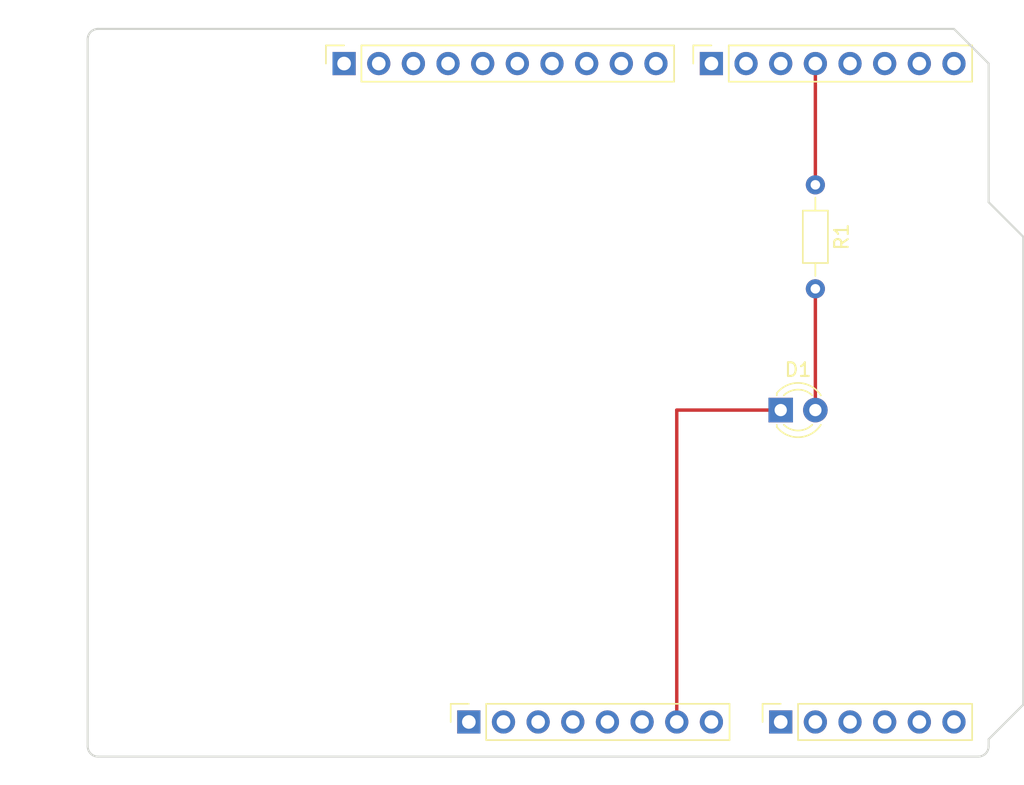
<source format=kicad_pcb>
(kicad_pcb (version 20221018) (generator pcbnew)
  (title_block (date "mar. 31 mars 2015"))
  (layers (0 "F.Cu" signal) (31 "B.Cu" signal) (34 "B.Paste" user) (35 "F.Paste" user) (36 "B.SilkS" user "B.Silkscreen") (37 "F.SilkS" user "F.Silkscreen") (38 "B.Mask" user) (39 "F.Mask" user) (44 "Edge.Cuts" user))
  (net 0 "")
  (net 1 "GND")
  (net 3 "+5V")
  (net 4 "/IOREF")
  (net 5 "/A0")
  (net 6 "/A1")
  (net 7 "/A2")
  (net 8 "/A3")
  (net 9 "/SDA{slash}A4")
  (net 10 "/SCL{slash}A5")
  (net 11 "/13")
  (net 12 "/12")
  (net 13 "/AREF")
  (net 14 "/8")
  (net 15 "/7")
  (net 16 "/*11")
  (net 17 "/*10")
  (net 18 "/*9")
  (net 19 "/4")
  (net 20 "/2")
  (net 21 "/*6")
  (net 22 "/*5")
  (net 23 "/TX{slash}1")
  (net 24 "/*3")
  (net 25 "/RX{slash}0")
  (net 26 "+3V3")
  (net 27 "VCC")
  (net 28 "/~{RESET}")
  (net 29 "Net-(D1-A)")
  (footprint "Connector_PinSocket_2.54mm:PinSocket_1x08_P2.54mm_Vertical" (layer "F.Cu") (at 127.94 97.46 90)
    (fp_text reference "J1" hide)
    (fp_text value "Power")
    (fp_line (start -1.33 1.27) (end -1.33 19.11) (stroke (width 0.12)) (layer "F.SilkS"))
    (fp_line (start -1.33 1.27) (end 1.33 1.27) (stroke (width 0.12)) (layer "F.SilkS"))
    (fp_line (start -1.33 19.11) (end 1.33 19.11) (stroke (width 0.12)) (layer "F.SilkS"))
    (fp_line (start 0 -1.33) (end 1.33 -1.33) (stroke (width 0.12)) (layer "F.SilkS"))
    (fp_line (start 1.33 -1.33) (end 1.33 0) (stroke (width 0.12)) (layer "F.SilkS"))
    (fp_line (start 1.33 1.27) (end 1.33 19.11) (stroke (width 0.12)) (layer "F.SilkS"))
    (pad "1" thru_hole rect locked (at 0 0 90) (size 1.7 1.7) (drill 1) (layers "*.Cu" "*.Mask"))
    (pad "2" thru_hole oval locked (at 0 2.54 90) (size 1.7 1.7) (drill 1) (layers "*.Cu" "*.Mask") (net 4 "/IOREF"))
    (pad "3" thru_hole oval locked (at 0 5.08 90) (size 1.7 1.7) (drill 1) (layers "*.Cu" "*.Mask") (net 28 "/~{RESET}"))
    (pad "4" thru_hole oval locked (at 0 7.62 90) (size 1.7 1.7) (drill 1) (layers "*.Cu" "*.Mask") (net 26 "+3V3"))
    (pad "5" thru_hole oval locked (at 0 10.16 90) (size 1.7 1.7) (drill 1) (layers "*.Cu" "*.Mask") (net 3 "+5V"))
    (pad "6" thru_hole oval locked (at 0 12.7 90) (size 1.7 1.7) (drill 1) (layers "*.Cu" "*.Mask") (net 1 "GND"))
    (pad "7" thru_hole oval locked (at 0 15.24 90) (size 1.7 1.7) (drill 1) (layers "*.Cu" "*.Mask") (net 1 "GND"))
    (pad "8" thru_hole oval locked (at 0 17.78 90) (size 1.7 1.7) (drill 1) (layers "*.Cu" "*.Mask") (net 27 "VCC"))
  )
  (footprint "Connector_PinSocket_2.54mm:PinSocket_1x06_P2.54mm_Vertical" (layer "F.Cu") (at 150.8 97.46 90)
    (fp_text reference "J3" hide)
    (fp_text value "Analog")
    (fp_line (start -1.33 1.27) (end -1.33 14.03) (stroke (width 0.12)) (layer "F.SilkS"))
    (fp_line (start -1.33 1.27) (end 1.33 1.27) (stroke (width 0.12)) (layer "F.SilkS"))
    (fp_line (start -1.33 14.03) (end 1.33 14.03) (stroke (width 0.12)) (layer "F.SilkS"))
    (fp_line (start 0 -1.33) (end 1.33 -1.33) (stroke (width 0.12)) (layer "F.SilkS"))
    (fp_line (start 1.33 -1.33) (end 1.33 0) (stroke (width 0.12)) (layer "F.SilkS"))
    (fp_line (start 1.33 1.27) (end 1.33 14.03) (stroke (width 0.12)) (layer "F.SilkS"))
    (pad "1" thru_hole rect locked (at 0 0 90) (size 1.7 1.7) (drill 1) (layers "*.Cu" "*.Mask") (net 5 "/A0"))
    (pad "2" thru_hole oval locked (at 0 2.54 90) (size 1.7 1.7) (drill 1) (layers "*.Cu" "*.Mask") (net 6 "/A1"))
    (pad "3" thru_hole oval locked (at 0 5.08 90) (size 1.7 1.7) (drill 1) (layers "*.Cu" "*.Mask") (net 7 "/A2"))
    (pad "4" thru_hole oval locked (at 0 7.62 90) (size 1.7 1.7) (drill 1) (layers "*.Cu" "*.Mask") (net 8 "/A3"))
    (pad "5" thru_hole oval locked (at 0 10.16 90) (size 1.7 1.7) (drill 1) (layers "*.Cu" "*.Mask") (net 9 "/SDA{slash}A4"))
    (pad "6" thru_hole oval locked (at 0 12.7 90) (size 1.7 1.7) (drill 1) (layers "*.Cu" "*.Mask") (net 10 "/SCL{slash}A5"))
  )
  (footprint "Connector_PinSocket_2.54mm:PinSocket_1x10_P2.54mm_Vertical" (layer "F.Cu") (at 118.796 49.2 90)
    (fp_text reference "J2" hide)
    (fp_text value "Digital/PWM")
    (fp_line (start -1.33 1.27) (end -1.33 24.19) (stroke (width 0.12)) (layer "F.SilkS"))
    (fp_line (start -1.33 1.27) (end 1.33 1.27) (stroke (width 0.12)) (layer "F.SilkS"))
    (fp_line (start -1.33 24.19) (end 1.33 24.19) (stroke (width 0.12)) (layer "F.SilkS"))
    (fp_line (start 0 -1.33) (end 1.33 -1.33) (stroke (width 0.12)) (layer "F.SilkS"))
    (fp_line (start 1.33 -1.33) (end 1.33 0) (stroke (width 0.12)) (layer "F.SilkS"))
    (fp_line (start 1.33 1.27) (end 1.33 24.19) (stroke (width 0.12)) (layer "F.SilkS"))
    (pad "1" thru_hole rect locked (at 0 0 90) (size 1.7 1.7) (drill 1) (layers "*.Cu" "*.Mask") (net 10 "/SCL{slash}A5"))
    (pad "2" thru_hole oval locked (at 0 2.54 90) (size 1.7 1.7) (drill 1) (layers "*.Cu" "*.Mask") (net 9 "/SDA{slash}A4"))
    (pad "3" thru_hole oval locked (at 0 5.08 90) (size 1.7 1.7) (drill 1) (layers "*.Cu" "*.Mask") (net 13 "/AREF"))
    (pad "4" thru_hole oval locked (at 0 7.62 90) (size 1.7 1.7) (drill 1) (layers "*.Cu" "*.Mask") (net 1 "GND"))
    (pad "5" thru_hole oval locked (at 0 10.16 90) (size 1.7 1.7) (drill 1) (layers "*.Cu" "*.Mask") (net 11 "/13"))
    (pad "6" thru_hole oval locked (at 0 12.7 90) (size 1.7 1.7) (drill 1) (layers "*.Cu" "*.Mask") (net 12 "/12"))
    (pad "7" thru_hole oval locked (at 0 15.24 90) (size 1.7 1.7) (drill 1) (layers "*.Cu" "*.Mask") (net 16 "/*11"))
    (pad "8" thru_hole oval locked (at 0 17.78 90) (size 1.7 1.7) (drill 1) (layers "*.Cu" "*.Mask") (net 17 "/*10"))
    (pad "9" thru_hole oval locked (at 0 20.32 90) (size 1.7 1.7) (drill 1) (layers "*.Cu" "*.Mask") (net 18 "/*9"))
    (pad "10" thru_hole oval locked (at 0 22.86 90) (size 1.7 1.7) (drill 1) (layers "*.Cu" "*.Mask") (net 14 "/8"))
  )
  (footprint "Connector_PinSocket_2.54mm:PinSocket_1x08_P2.54mm_Vertical" (layer "F.Cu") (at 145.72 49.2 90)
    (fp_text reference "J4" hide)
    (fp_text value "Digital/PWM")
    (fp_line (start -1.33 1.27) (end -1.33 19.11) (stroke (width 0.12)) (layer "F.SilkS"))
    (fp_line (start -1.33 1.27) (end 1.33 1.27) (stroke (width 0.12)) (layer "F.SilkS"))
    (fp_line (start -1.33 19.11) (end 1.33 19.11) (stroke (width 0.12)) (layer "F.SilkS"))
    (fp_line (start 0 -1.33) (end 1.33 -1.33) (stroke (width 0.12)) (layer "F.SilkS"))
    (fp_line (start 1.33 -1.33) (end 1.33 0) (stroke (width 0.12)) (layer "F.SilkS"))
    (fp_line (start 1.33 1.27) (end 1.33 19.11) (stroke (width 0.12)) (layer "F.SilkS"))
    (pad "1" thru_hole rect locked (at 0 0 90) (size 1.7 1.7) (drill 1) (layers "*.Cu" "*.Mask") (net 15 "/7"))
    (pad "2" thru_hole oval locked (at 0 2.54 90) (size 1.7 1.7) (drill 1) (layers "*.Cu" "*.Mask") (net 21 "/*6"))
    (pad "3" thru_hole oval locked (at 0 5.08 90) (size 1.7 1.7) (drill 1) (layers "*.Cu" "*.Mask") (net 22 "/*5"))
    (pad "4" thru_hole oval locked (at 0 7.62 90) (size 1.7 1.7) (drill 1) (layers "*.Cu" "*.Mask") (net 19 "/4"))
    (pad "5" thru_hole oval locked (at 0 10.16 90) (size 1.7 1.7) (drill 1) (layers "*.Cu" "*.Mask") (net 24 "/*3"))
    (pad "6" thru_hole oval locked (at 0 12.7 90) (size 1.7 1.7) (drill 1) (layers "*.Cu" "*.Mask") (net 20 "/2"))
    (pad "7" thru_hole oval locked (at 0 15.24 90) (size 1.7 1.7) (drill 1) (layers "*.Cu" "*.Mask") (net 23 "/TX{slash}1"))
    (pad "8" thru_hole oval locked (at 0 17.78 90) (size 1.7 1.7) (drill 1) (layers "*.Cu" "*.Mask") (net 25 "/RX{slash}0"))
  )
  (footprint "Arduino_MountingHole:MountingHole_3.2mm" (layer "F.Cu") (at 115.24 49.2)
    (fp_text reference "MH1" hide)
    (fp_text value "MountingHole_3.2mm" hide)
    (pad "" np_thru_hole circle locked (at 0 0) (size 3.2 3.2) (drill 3.2) (layers "*.Cu" "*.Mask"))
  )
  (footprint "Resistor_THT:R_Axial_DIN0204_L3.6mm_D1.6mm_P7.62mm_Horizontal" (layer "F.Cu") (at 153.34 58.09 -90)
    (fp_text reference "R1" (at 3.81 -1.92 90) (layer "F.SilkS"))
    (fp_text value "R")
    (fp_line (start 0.94 0) (end 1.89 0) (stroke (width 0.12)) (layer "F.SilkS"))
    (fp_line (start 1.89 -0.92) (end 1.89 0.92) (stroke (width 0.12)) (layer "F.SilkS"))
    (fp_line (start 1.89 0.92) (end 5.73 0.92) (stroke (width 0.12)) (layer "F.SilkS"))
    (fp_line (start 5.73 -0.92) (end 1.89 -0.92) (stroke (width 0.12)) (layer "F.SilkS"))
    (fp_line (start 5.73 0.92) (end 5.73 -0.92) (stroke (width 0.12)) (layer "F.SilkS"))
    (fp_line (start 6.68 0) (end 5.73 0) (stroke (width 0.12)) (layer "F.SilkS"))
    (pad "1" thru_hole circle (at 0 0 270) (size 1.4 1.4) (drill 0.7) (layers "*.Cu" "*.Mask") (net 19 "/4"))
    (pad "2" thru_hole oval (at 7.62 0 270) (size 1.4 1.4) (drill 0.7) (layers "*.Cu" "*.Mask") (net 29 "Net-(D1-A)"))
  )
  (footprint "Arduino_MountingHole:MountingHole_3.2mm" (layer "F.Cu") (at 113.97 97.46)
    (fp_text reference "MH2" hide)
    (fp_text value "MountingHole_3.2mm" hide)
    (pad "" np_thru_hole circle locked (at 0 0) (size 3.2 3.2) (drill 3.2) (layers "*.Cu" "*.Mask"))
  )
  (footprint "Arduino_MountingHole:MountingHole_3.2mm" (layer "F.Cu") (at 166.04 64.44)
    (fp_text reference "MH3" hide)
    (fp_text value "MountingHole_3.2mm" hide)
    (pad "" np_thru_hole circle locked (at 0 0) (size 3.2 3.2) (drill 3.2) (layers "*.Cu" "*.Mask"))
  )
  (footprint "Arduino_MountingHole:MountingHole_3.2mm" (layer "F.Cu") (at 166.04 92.38)
    (fp_text reference "MH4" hide)
    (fp_text value "MountingHole_3.2mm" hide)
    (pad "" np_thru_hole circle locked (at 0 0) (size 3.2 3.2) (drill 3.2) (layers "*.Cu" "*.Mask"))
  )
  (footprint "LED_THT:LED_D3.0mm" (layer "F.Cu") (at 150.8 74.6)
    (fp_text reference "D1" (at 1.27 -2.96) (layer "F.SilkS"))
    (fp_text value "LED")
    (fp_line (start -0.29 -1.236) (end -0.29 -1.08) (stroke (width 0.12)) (layer "F.SilkS"))
    (fp_line (start -0.29 1.08) (end -0.29 1.236) (stroke (width 0.12)) (layer "F.SilkS"))
    (fp_arc (start -0.29 -1.235516) (mid 1.366487 -1.987659) (end 2.942335 -1.078608) (stroke (width 0.12)) (layer "F.SilkS"))
    (fp_arc (start 0.229039 -1.08) (mid 1.270117 -1.5) (end 2.31113 -1.079837) (stroke (width 0.12)) (layer "F.SilkS"))
    (fp_arc (start 2.31113 1.079837) (mid 1.270117 1.5) (end 0.229039 1.08) (stroke (width 0.12)) (layer "F.SilkS"))
    (fp_arc (start 2.942335 1.078608) (mid 1.366487 1.987659) (end -0.29 1.235516) (stroke (width 0.12)) (layer "F.SilkS"))
    (pad "1" thru_hole rect (at 0 0) (size 1.8 1.8) (drill 0.9) (layers "*.Cu" "*.Mask") (net 1 "GND"))
    (pad "2" thru_hole circle (at 2.54 0) (size 1.8 1.8) (drill 0.9) (layers "*.Cu" "*.Mask") (net 29 "Net-(D1-A)"))
  )
  (gr_line (start 166.04 59.36) (end 168.58 61.9) (stroke (width 0.15)) (layer "Edge.Cuts"))
  (gr_line (start 100 99.238) (end 100 47.422) (stroke (width 0.15)) (layer "Edge.Cuts"))
  (gr_line (start 168.58 61.9) (end 168.58 96.19) (stroke (width 0.15)) (layer "Edge.Cuts"))
  (gr_line (start 165.278 100) (end 100.762 100) (stroke (width 0.15)) (layer "Edge.Cuts"))
  (gr_line (start 100.762 46.66) (end 163.5 46.66) (stroke (width 0.15)) (layer "Edge.Cuts"))
  (gr_arc (start 100.762 100) (mid 100.223185 99.776815) (end 100 99.238) (stroke (width 0.15)) (layer "Edge.Cuts"))
  (gr_line (start 168.58 96.19) (end 166.04 98.73) (stroke (width 0.15)) (layer "Edge.Cuts"))
  (gr_line (start 163.5 46.66) (end 166.04 49.2) (stroke (width 0.15)) (layer "Edge.Cuts"))
  (gr_arc (start 166.04 99.238) (mid 165.816815 99.776815) (end 165.278 100) (stroke (width 0.15)) (layer "Edge.Cuts"))
  (gr_line (start 166.04 49.2) (end 166.04 59.36) (stroke (width 0.15)) (layer "Edge.Cuts"))
  (gr_line (start 166.04 98.73) (end 166.04 99.238) (stroke (width 0.15)) (layer "Edge.Cuts"))
  (gr_arc (start 100 47.422) (mid 100.223185 46.883185) (end 100.762 46.66) (stroke (width 0.15)) (layer "Edge.Cuts"))
  (segment (start 143.18 74.6) (end 143.18 97.46) (width 0.25) (layer "F.Cu") (net 1))
  (segment (start 150.8 74.6) (end 143.18 74.6) (width 0.25) (layer "F.Cu") (net 1))
  (segment (start 153.34 49.2) (end 153.34 58.09) (width 0.25) (layer "F.Cu") (net 19))
  (segment (start 153.34 65.71) (end 153.34 74.6) (width 0.25) (layer "F.Cu") (net 29))
)
</source>
